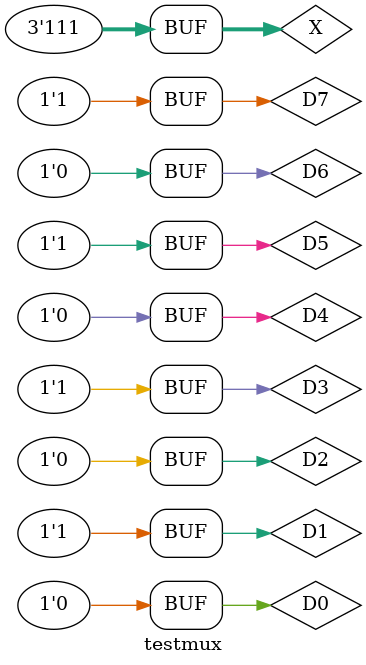
<source format=v>
`timescale 1ns / 1ps
module testmux;
reg D0, D1, D2, D3, D4, D5, D6, D7;
reg [2:0] X;
wire Y;
mux uut(.D0(D0),.D1(D1), .D2(D2), .D3(D3), .D4(D4),
         .D5(D5), .D6(D6), .D7(D7), .X(X), .Y(Y));
initial begin
D0=0;
D1=1;
D2=0;
D3=1;
D4=0;
D5=1;
D6=0;
D7=1;
X=3'b000;
repeat(7)
#20 X=X+3'b001;
end
endmodule

</source>
